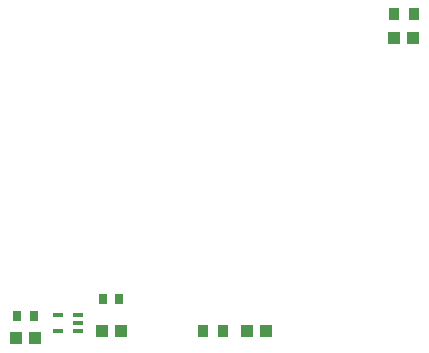
<source format=gtp>
G04 Layer: TopPasteMaskLayer*
G04 Panelize: , Column: 2, Row: 2, Board Size: 58.42mm x 58.42mm, Panelized Board Size: 118.84mm x 118.84mm*
G04 EasyEDA v6.5.34, 2023-08-21 18:11:39*
G04 ba809c9b4c8644faba3ff844f2f4f7cd,5a6b42c53f6a479593ecc07194224c93,10*
G04 Gerber Generator version 0.2*
G04 Scale: 100 percent, Rotated: No, Reflected: No *
G04 Dimensions in millimeters *
G04 leading zeros omitted , absolute positions ,4 integer and 5 decimal *
%FSLAX45Y45*%
%MOMM*%

%ADD10R,0.8350X0.3150*%
%ADD11R,0.8000X0.9000*%
%ADD12R,1.0000X1.1000*%
%ADD13R,0.8999X1.0000*%

%LPD*%
D10*
G01*
X1468551Y2894863D03*
G01*
X1468551Y2959887D03*
G01*
X1468551Y3024886D03*
G01*
X1300048Y3024886D03*
G01*
X1300048Y2894863D03*
D11*
G01*
X1098702Y3023387D03*
G01*
X958697Y3023387D03*
D12*
G01*
X948689Y2832887D03*
G01*
X1108684Y2832887D03*
G01*
X1832610Y2896387D03*
G01*
X1672589Y2896387D03*
D13*
G01*
X2531186Y2895574D03*
G01*
X2701188Y2895574D03*
D12*
G01*
X2904490Y2895600D03*
G01*
X3064484Y2895600D03*
D11*
G01*
X1822602Y3162300D03*
G01*
X1682597Y3162300D03*
D12*
G01*
X4149090Y5372100D03*
G01*
X4309084Y5372100D03*
D13*
G01*
X4144086Y5575300D03*
G01*
X4314088Y5575300D03*
M02*

</source>
